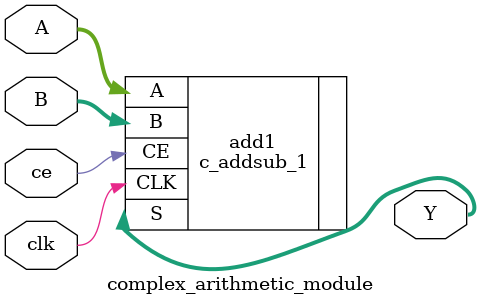
<source format=v>
module complex_arithmetic_module
(
    input clk,
    input ce,
    input [17:0] A,
    input [17:0] B,
    //input [12:0] C,
    //input [7:0] D,
    //input [13:0] E,
    //input [18:0] F,
    output [18:0] Y
);

//wire signed [18:0] sum1;

c_addsub_1 add1
(
    .CLK(clk),
    .CE(ce),
    .A(A),
    .B(B),
    .S(Y)
);

endmodule

</source>
